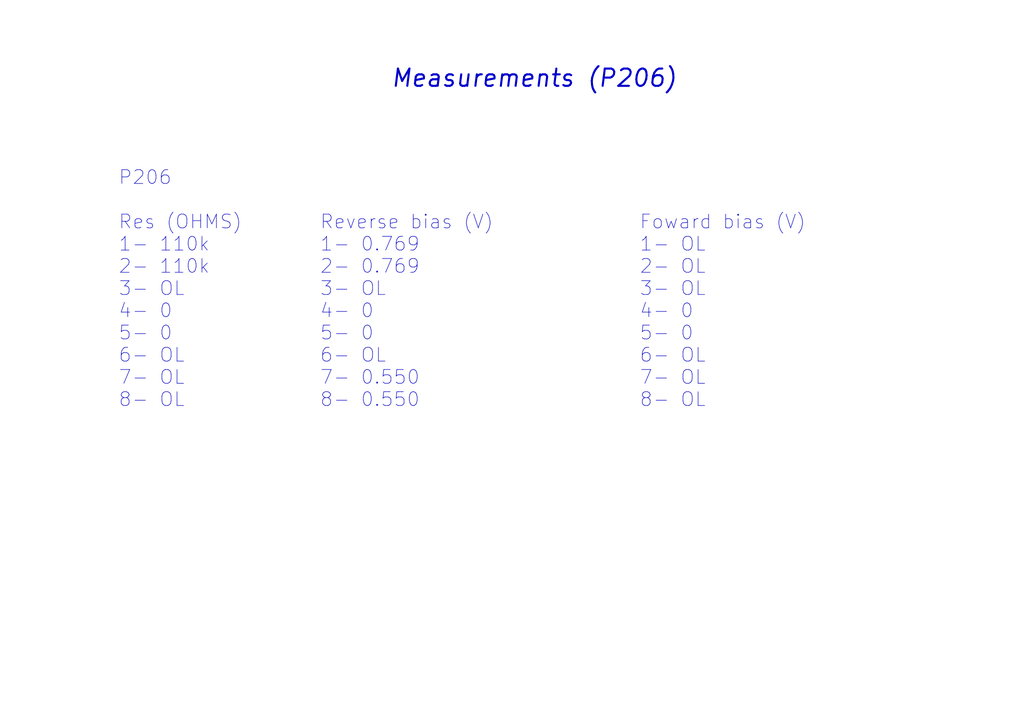
<source format=kicad_sch>
(kicad_sch
	(version 20231120)
	(generator "eeschema")
	(generator_version "8.0")
	(uuid "2b026634-374f-4af9-94ca-5127f4703be4")
	(paper "A4")
	(title_block
		(title "Y BOARD LG PLASMA TV PANEL")
		(date "2025-03-24")
		(rev "1.0")
		(comment 1 "Author: Fábio Pereira da Silva")
		(comment 2 "Measurements P206")
	)
	(lib_symbols)
	(text "\n\nFoward bias (V)\n1- OL\n2- OL\n3- OL\n4- 0\n5- 0\n6- OL\n7- OL\n8- OL"
		(exclude_from_sim no)
		(at 185.42 83.82 0)
		(effects
			(font
				(size 4 4)
			)
			(justify left)
		)
		(uuid "33478e01-1a2d-44e0-a33d-da91543f0fc2")
	)
	(text "\n\nReverse bias (V)\n1- 0.769\n2- 0.769\n3- OL\n4- 0\n5- 0\n6- OL\n7- 0.550\n8- 0.550"
		(exclude_from_sim no)
		(at 92.71 83.82 0)
		(effects
			(font
				(size 4 4)
			)
			(justify left)
		)
		(uuid "3409f10f-ff85-4011-9ac9-4b3986683ac3")
	)
	(text "Measurements (P206)"
		(exclude_from_sim no)
		(at 154.94 22.86 0)
		(effects
			(font
				(size 5 5)
				(thickness 0.6)
				(bold yes)
				(italic yes)
			)
		)
		(uuid "d21aa5ed-d2fe-4198-96fc-6fb4dff3346b")
	)
	(text "P206\n\nRes (OHMS)\n1- 110k\n2- 110k\n3- OL\n4- 0\n5- 0\n6- OL\n7- OL\n8- OL"
		(exclude_from_sim no)
		(at 34.29 83.82 0)
		(effects
			(font
				(size 4 4)
			)
			(justify left)
		)
		(uuid "f79d757f-79da-4701-8c66-272ce76c24a8")
	)
)

</source>
